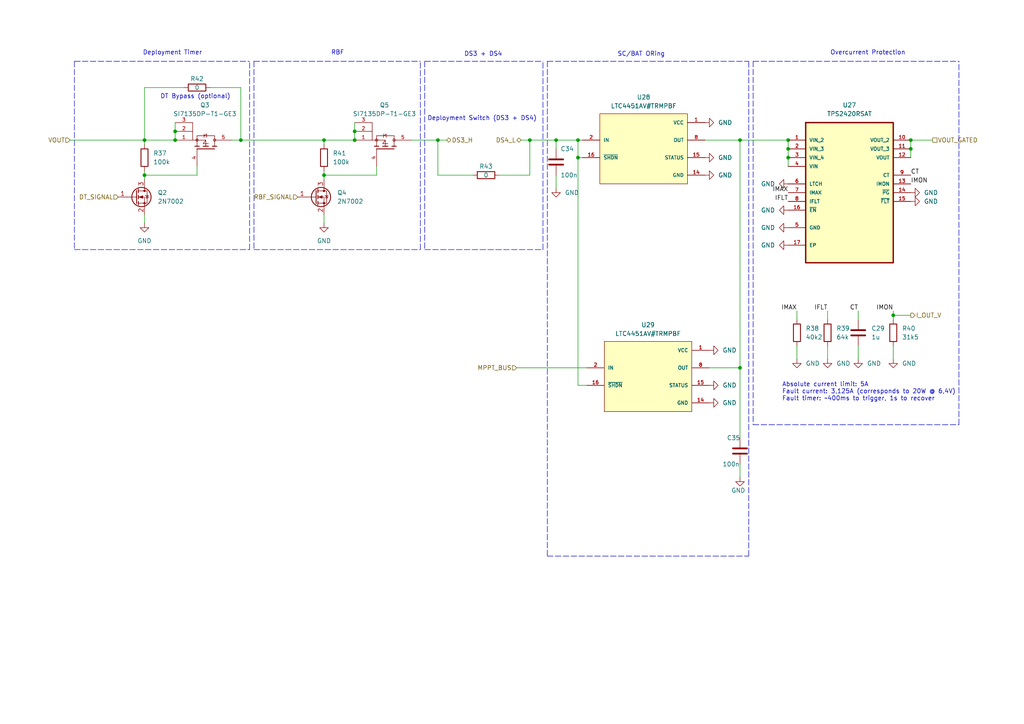
<source format=kicad_sch>
(kicad_sch (version 20211123) (generator eeschema)
  (paper "A4")
  (lib_symbols
    (symbol "Device:C" (pin_numbers hide) (pin_names (offset 0.254))
      (property "Reference" "C" (at 0.635 2.54 0))
      (property "Value" "C" (at 0.635 -2.54 0))
      (symbol "C_0_1"
        (polyline (pts (xy -2.032 -0.762) (xy 2.032 -0.762)) (stroke (width 0.508)))
        (polyline (pts (xy -2.032 0.762) (xy 2.032 0.762)) (stroke (width 0.508)))
      )
      (symbol "C_1_1"
        (pin passive line (at 0 3.81 270) (length 2.794) (name "~") (number "1"))
        (pin passive line (at 0 -3.81 90) (length 2.794) (name "~") (number "2"))
      )
    )
    (symbol "Device:R" (pin_numbers hide) (pin_names (offset 0))
      (property "Reference" "R" (at 2.032 0 90))
      (property "Value" "R" (at 0 0 90))
      (symbol "R_0_1"
        (rectangle (start -1.016 -2.54) (end 1.016 2.54) (stroke (width 0.254)))
      )
      (symbol "R_1_1"
        (pin passive line (at 0 3.81 270) (length 1.27) (name "~") (number "1"))
        (pin passive line (at 0 -3.81 90) (length 1.27) (name "~") (number "2"))
      )
    )
    (symbol "STS_Power_Management:LTC4451AV#TRMPBF" (pin_names (offset 1.016))
      (property "Reference" "U" (at -12.7 10.922 0))
      (property "Value" "LTC4451AV#TRMPBF" (at -12.7 -12.7 0))
      (symbol "LTC4451AV#TRMPBF_0_0"
        (rectangle (start -12.7 -10.16) (end 12.7 10.16) (stroke (width 0.1524)) (fill (type background)))
        (pin power_in line (at 17.78 7.62 180) (length 5.08) (name "VCC") (number "1"))
        (pin power_in line (at 17.78 -7.62 180) (length 5.08) (name "GND") (number "14"))
        (pin output line (at 17.78 -2.54 180) (length 5.08) (name "STATUS") (number "15"))
        (pin input line (at -17.78 -2.54 0) (length 5.08) (name "~{SHDN}") (number "16"))
        (pin input line (at -17.78 2.54 0) (length 5.08) (name "IN") (number "2"))
        (pin output line (at 17.78 2.54 180) (length 5.08) (name "OUT") (number "8"))
      )
    )
    (symbol "STS_Power_Management:TPS2420RSAT" (pin_names (offset 1.016))
      (property "Reference" "U" (at -5.3594 19.4056 0))
      (property "Value" "TPS2420RSAT" (at -5.334 -26.035 0))
      (symbol "TPS2420RSAT_0_0"
        (rectangle (start -12.7 -22.86) (end 12.7 17.78) (stroke (width 0.4064)) (fill (type background)))
        (pin power_in line (at -17.78 12.7 0) (length 5.08) (name "VIN_2") (number "1"))
        (pin output line (at 17.78 12.7 180) (length 5.08) (name "VOUT_2") (number "10"))
        (pin output line (at 17.78 10.16 180) (length 5.08) (name "VOUT_3") (number "11"))
        (pin output line (at 17.78 7.62 180) (length 5.08) (name "VOUT") (number "12"))
        (pin output line (at 17.78 0 180) (length 5.08) (name "IMON") (number "13"))
        (pin output line (at 17.78 -2.54 180) (length 5.08) (name "~{PG}") (number "14"))
        (pin output line (at 17.78 -5.08 180) (length 5.08) (name "~{FLT}") (number "15"))
        (pin input line (at -17.78 -7.62 0) (length 5.08) (name "~{EN}") (number "16"))
        (pin passive line (at -17.78 -17.78 0) (length 5.08) (name "EP") (number "17"))
        (pin power_in line (at -17.78 10.16 0) (length 5.08) (name "VIN_3") (number "2"))
        (pin power_in line (at -17.78 7.62 0) (length 5.08) (name "VIN_4") (number "3"))
        (pin power_in line (at -17.78 5.08 0) (length 5.08) (name "VIN") (number "4"))
        (pin passive line (at -17.78 -12.7 0) (length 5.08) (name "GND") (number "5"))
        (pin input line (at -17.78 0 0) (length 5.08) (name "LTCH") (number "6"))
        (pin input line (at -17.78 -2.54 0) (length 5.08) (name "IMAX") (number "7"))
        (pin input line (at -17.78 -5.08 0) (length 5.08) (name "IFLT") (number "8"))
        (pin bidirectional line (at 17.78 2.54 180) (length 5.08) (name "CT") (number "9"))
      )
    )
    (symbol "STS_Transistor_FET:SI7135DP-T1-GE3" (pin_names (offset 1.016) hide)
      (property "Reference" "Q" (at -8.89 3.81 0))
      (property "Value" "SI7135DP-T1-GE3" (at -20.32 -1.27 0))
      (symbol "SI7135DP-T1-GE3_0_0"
        (polyline (pts (xy 0 -2.54) (xy 0 2.54)) (stroke (width 0.254)))
        (polyline (pts (xy 0.762 -3.175) (xy 0.762 -2.54)) (stroke (width 0.254)))
        (polyline (pts (xy 0.762 -2.54) (xy 0.762 -1.905)) (stroke (width 0.254)))
        (polyline (pts (xy 0.762 -2.54) (xy 3.81 -2.54)) (stroke (width 0.1524)))
        (polyline (pts (xy 0.762 -0.762) (xy 0.762 0)) (stroke (width 0.254)))
        (polyline (pts (xy 0.762 0) (xy 0.762 0.762)) (stroke (width 0.254)))
        (polyline (pts (xy 0.762 0) (xy 2.54 0)) (stroke (width 0.1524)))
        (polyline (pts (xy 0.762 1.905) (xy 0.762 2.54)) (stroke (width 0.254)))
        (polyline (pts (xy 0.762 2.54) (xy 0.762 3.175)) (stroke (width 0.254)))
        (polyline (pts (xy 2.54 0) (xy 2.54 2.54)) (stroke (width 0.1524)))
        (polyline (pts (xy 2.54 2.54) (xy 0.762 2.54)) (stroke (width 0.1524)))
        (polyline (pts (xy 2.54 2.54) (xy 3.81 2.54)) (stroke (width 0.1524)))
        (polyline (pts (xy 3.302 0.508) (xy 3.81 0.508)) (stroke (width 0.1524)))
        (polyline (pts (xy 3.81 -2.54) (xy 3.81 0.508)) (stroke (width 0.1524)))
        (polyline (pts (xy 3.81 0.508) (xy 3.81 2.54)) (stroke (width 0.1524)))
        (polyline (pts (xy 3.81 0.508) (xy 4.318 0.508)) (stroke (width 0.1524)))
        (polyline (pts (xy 2.54 0) (xy 1.524 0.762) (xy 1.524 -0.762)) (stroke (width 0.1524)))
        (polyline (pts (xy 3.81 0.508) (xy 4.318 -0.254) (xy 3.302 -0.254)) (stroke (width 0.1524)))
        (circle (center 2.54 -2.54) (radius 0.3556))
        (circle (center 2.54 2.54) (radius 0.3556))
        (pin passive line (at 2.54 8.89 270) (length 5.08) (name "~") (number "1"))
        (pin passive line (at 5.08 8.89 270) (length 5.08) (name "~") (number "2"))
        (pin passive line (at 7.62 8.89 270) (length 5.08) (name "~") (number "3"))
        (pin passive line (at -5.08 2.54 0) (length 5.08) (name "~") (number "4"))
        (pin passive line (at 2.54 -7.62 90) (length 5.08) (name "~") (number "5"))
      )
      (symbol "SI7135DP-T1-GE3_1_1"
        (polyline (pts (xy 7.62 3.81) (xy 2.54 3.81) (xy 2.54 2.54)))
      )
    )
    (symbol "Transistor_FET:2N7002" (pin_names hide)
      (property "Reference" "Q" (at 5.08 1.905 0))
      (property "Value" "2N7002" (at 5.08 0 0))
      (symbol "2N7002_0_1"
        (polyline (pts (xy 0.254 0) (xy -2.54 0)))
        (polyline (pts (xy 0.254 1.905) (xy 0.254 -1.905)) (stroke (width 0.254)))
        (polyline (pts (xy 0.762 -1.27) (xy 0.762 -2.286)) (stroke (width 0.254)))
        (polyline (pts (xy 0.762 0.508) (xy 0.762 -0.508)) (stroke (width 0.254)))
        (polyline (pts (xy 0.762 2.286) (xy 0.762 1.27)) (stroke (width 0.254)))
        (polyline (pts (xy 2.54 2.54) (xy 2.54 1.778)))
        (polyline (pts (xy 2.54 -2.54) (xy 2.54 0) (xy 0.762 0)))
        (polyline (pts (xy 0.762 -1.778) (xy 3.302 -1.778) (xy 3.302 1.778) (xy 0.762 1.778)))
        (polyline (pts (xy 1.016 0) (xy 2.032 0.381) (xy 2.032 -0.381) (xy 1.016 0)) (fill (type outline)))
        (polyline (pts (xy 2.794 0.508) (xy 2.921 0.381) (xy 3.683 0.381) (xy 3.81 0.254)))
        (polyline (pts (xy 3.302 0.381) (xy 2.921 -0.254) (xy 3.683 -0.254) (xy 3.302 0.381)))
        (circle (center 1.651 0) (radius 2.794) (stroke (width 0.254)))
        (circle (center 2.54 -1.778) (radius 0.254) (fill (type outline)))
        (circle (center 2.54 1.778) (radius 0.254) (fill (type outline)))
      )
      (symbol "2N7002_1_1"
        (pin input line (at -5.08 0 0) (length 2.54) (name "G") (number "1"))
        (pin passive line (at 2.54 -5.08 90) (length 2.54) (name "S") (number "2"))
        (pin passive line (at 2.54 5.08 270) (length 2.54) (name "D") (number "3"))
      )
    )
    (symbol "power:GND" (power) (pin_names (offset 0))
      (property "Value" "GND" (at 0 -3.81 0))
      (symbol "GND_0_1"
        (polyline (pts (xy 0 0) (xy 0 -1.27) (xy 1.27 -1.27) (xy 0 -2.54) (xy -1.27 -1.27) (xy 0 -1.27)))
      )
      (symbol "GND_1_1"
        (pin power_in line (at 0 0 270) (length 0) hide (name "GND") (number "1"))
      )
    )
  )
  (junction (at 93.98 50.8))
  (junction (at 50.8 40.64))
  (junction (at 102.87 38.1))
  (junction (at 259.08 91.44))
  (junction (at 69.85 40.64))
  (junction (at 127 40.64))
  (junction (at 264.16 43.18))
  (junction (at 167.64 40.64))
  (junction (at 41.91 50.8))
  (junction (at 228.6 40.64))
  (junction (at 167.64 45.72))
  (junction (at 214.63 106.68))
  (junction (at 153.67 40.64))
  (junction (at 228.6 43.18))
  (junction (at 102.87 40.64))
  (junction (at 50.8 38.1))
  (junction (at 161.29 40.64))
  (junction (at 228.6 45.72))
  (junction (at 214.63 40.64))
  (junction (at 93.98 40.64))
  (junction (at 264.16 40.64))
  (junction (at 41.91 40.64))
  (wire (pts (xy 60.96 25.4) (xy 69.85 25.4)))
  (wire (pts (xy 168.91 45.72) (xy 167.64 45.72)))
  (wire (pts (xy 240.03 90.17) (xy 240.03 92.71)))
  (wire (pts (xy 259.08 91.44) (xy 264.16 91.44)))
  (wire (pts (xy 161.29 50.8) (xy 161.29 54.61)))
  (wire (pts (xy 151.13 40.64) (xy 153.67 40.64)))
  (wire (pts (xy 127 50.8) (xy 137.16 50.8)))
  (wire (pts (xy 248.92 100.33) (xy 248.92 104.14)))
  (wire (pts (xy 264.16 40.64) (xy 264.16 43.18)))
  (wire (pts (xy 41.91 50.8) (xy 41.91 52.07)))
  (polyline (pts (xy 73.66 72.39) (xy 121.92 72.39)))
  (wire (pts (xy 259.08 91.44) (xy 259.08 92.71)))
  (polyline (pts (xy 218.44 123.19) (xy 278.13 123.19)))
  (wire (pts (xy 127 40.64) (xy 129.54 40.64)))
  (wire (pts (xy 264.16 40.64) (xy 270.51 40.64)))
  (polyline (pts (xy 217.17 161.29) (xy 217.17 17.78)))
  (wire (pts (xy 41.91 40.64) (xy 50.8 40.64)))
  (wire (pts (xy 127 40.64) (xy 127 50.8)))
  (wire (pts (xy 41.91 49.53) (xy 41.91 50.8)))
  (wire (pts (xy 167.64 111.76) (xy 170.18 111.76)))
  (wire (pts (xy 214.63 134.62) (xy 214.63 138.43)))
  (wire (pts (xy 109.22 50.8) (xy 109.22 48.26)))
  (wire (pts (xy 50.8 35.56) (xy 50.8 38.1)))
  (wire (pts (xy 264.16 43.18) (xy 264.16 45.72)))
  (wire (pts (xy 228.6 40.64) (xy 228.6 43.18)))
  (wire (pts (xy 93.98 50.8) (xy 93.98 52.07)))
  (wire (pts (xy 41.91 62.23) (xy 41.91 64.77)))
  (polyline (pts (xy 218.44 17.78) (xy 218.44 123.19)))
  (wire (pts (xy 161.29 40.64) (xy 161.29 43.18)))
  (polyline (pts (xy 123.19 17.78) (xy 123.19 72.39)))
  (wire (pts (xy 93.98 40.64) (xy 102.87 40.64)))
  (wire (pts (xy 231.14 90.17) (xy 231.14 92.71)))
  (polyline (pts (xy 72.39 72.39) (xy 72.39 17.78)))
  (wire (pts (xy 204.47 40.64) (xy 214.63 40.64)))
  (wire (pts (xy 149.86 106.68) (xy 170.18 106.68)))
  (wire (pts (xy 214.63 40.64) (xy 228.6 40.64)))
  (wire (pts (xy 119.38 40.64) (xy 127 40.64)))
  (polyline (pts (xy 157.48 72.39) (xy 157.48 17.78)))
  (wire (pts (xy 93.98 50.8) (xy 109.22 50.8)))
  (polyline (pts (xy 158.75 17.78) (xy 158.75 161.29)))
  (wire (pts (xy 214.63 40.64) (xy 214.63 106.68)))
  (wire (pts (xy 259.08 90.17) (xy 259.08 91.44)))
  (wire (pts (xy 248.92 90.17) (xy 248.92 92.71)))
  (wire (pts (xy 67.31 40.64) (xy 69.85 40.64)))
  (wire (pts (xy 20.32 40.64) (xy 41.91 40.64)))
  (wire (pts (xy 214.63 106.68) (xy 205.74 106.68)))
  (wire (pts (xy 57.15 50.8) (xy 57.15 48.26)))
  (wire (pts (xy 93.98 40.64) (xy 93.98 41.91)))
  (wire (pts (xy 259.08 100.33) (xy 259.08 104.14)))
  (polyline (pts (xy 21.59 17.78) (xy 72.39 17.78)))
  (wire (pts (xy 41.91 40.64) (xy 41.91 41.91)))
  (wire (pts (xy 153.67 50.8) (xy 153.67 40.64)))
  (wire (pts (xy 231.14 100.33) (xy 231.14 104.14)))
  (polyline (pts (xy 123.19 72.39) (xy 157.48 72.39)))
  (polyline (pts (xy 158.75 17.78) (xy 217.17 17.78)))
  (polyline (pts (xy 278.13 123.19) (xy 278.13 17.78)))
  (polyline (pts (xy 218.44 17.78) (xy 278.13 17.78)))
  (wire (pts (xy 93.98 49.53) (xy 93.98 50.8)))
  (wire (pts (xy 153.67 40.64) (xy 161.29 40.64)))
  (wire (pts (xy 167.64 45.72) (xy 167.64 111.76)))
  (polyline (pts (xy 121.92 72.39) (xy 121.92 17.78)))
  (wire (pts (xy 93.98 62.23) (xy 93.98 64.77)))
  (polyline (pts (xy 73.66 17.78) (xy 73.66 72.39)))
  (wire (pts (xy 50.8 40.64) (xy 50.8 38.1)))
  (polyline (pts (xy 21.59 72.39) (xy 72.39 72.39)))
  (wire (pts (xy 53.34 25.4) (xy 41.91 25.4)))
  (wire (pts (xy 69.85 40.64) (xy 93.98 40.64)))
  (polyline (pts (xy 158.75 161.29) (xy 217.17 161.29)))
  (wire (pts (xy 167.64 45.72) (xy 167.64 40.64)))
  (wire (pts (xy 69.85 25.4) (xy 69.85 40.64)))
  (wire (pts (xy 228.6 45.72) (xy 228.6 48.26)))
  (wire (pts (xy 161.29 40.64) (xy 167.64 40.64)))
  (wire (pts (xy 102.87 40.64) (xy 102.87 38.1)))
  (wire (pts (xy 167.64 40.64) (xy 168.91 40.64)))
  (wire (pts (xy 41.91 25.4) (xy 41.91 40.64)))
  (wire (pts (xy 214.63 106.68) (xy 214.63 127)))
  (polyline (pts (xy 21.59 17.78) (xy 21.59 72.39)))
  (wire (pts (xy 240.03 100.33) (xy 240.03 104.14)))
  (polyline (pts (xy 123.19 17.78) (xy 157.48 17.78)))
  (wire (pts (xy 102.87 35.56) (xy 102.87 38.1)))
  (wire (pts (xy 228.6 43.18) (xy 228.6 45.72)))
  (polyline (pts (xy 73.66 17.78) (xy 121.92 17.78)))
  (wire (pts (xy 144.78 50.8) (xy 153.67 50.8)))
  (wire (pts (xy 41.91 50.8) (xy 57.15 50.8)))
  (text "DS3 + DS4\n" (at 134.62 16.51 0) (effects (font (size 1.27 1.27)) (justify left bottom)))
  (text "Deployment Switch (DS3 + DS4)" (at 123.952 35.1536 0) (effects (font (size 1.27 1.27)) (justify left bottom)))
  (text "Overcurrent Protection\n" (at 240.792 16.1036 0) (effects (font (size 1.27 1.27)) (justify left bottom)))
  (text "Deployment Timer" (at 41.402 16.1036 0) (effects (font (size 1.27 1.27)) (justify left bottom)))
  (text "SC/BAT ORing" (at 179.07 16.51 0) (effects (font (size 1.27 1.27)) (justify left bottom)))
  (text "Absolute current limit: 5A\nFault current: 3,125A (corresponds to 20W @ 6,4V)\nFault timer: ~400ms to trigger, 1s to recover" (at 226.822 116.4336 0) (effects (font (size 1.27 1.27)) (justify left bottom)))
  (text "DT Bypass (optional)\n" (at 46.482 28.8036 0) (effects (font (size 1.27 1.27)) (justify left bottom)))
  (text "RBF" (at 96.012 16.1036 0) (effects (font (size 1.27 1.27)) (justify left bottom)))
  (label "IFLT" (at 240.03 90.17 180))
  (label "IMON" (at 264.16 53.34 0))
  (label "IMON" (at 259.08 90.17 180))
  (label "IMAX" (at 231.14 90.17 180))
  (label "IFLT" (at 228.6 58.42 180))
  (label "CT" (at 264.16 50.8 0))
  (label "CT" (at 248.92 90.17 180))
  (label "IMAX" (at 228.6 55.88 180))
  (hierarchical_label "DT_SIGNAL" (shape input) (at 34.29 57.15 180))
  (hierarchical_label "I_OUT_V" (shape output) (at 264.16 91.44 0))
  (hierarchical_label "MPPT_BUS" (shape input) (at 149.86 106.68 180))
  (hierarchical_label "RBF_SIGNAL" (shape input) (at 86.36 57.15 180))
  (hierarchical_label "VOUT_GATED" (shape passive) (at 270.51 40.64 0))
  (hierarchical_label "DS3_H" (shape bidirectional) (at 129.54 40.64 0))
  (hierarchical_label "DS4_L" (shape bidirectional) (at 151.13 40.64 180))
  (hierarchical_label "VOUT" (shape input) (at 20.32 40.64 180))
  (symbol (lib_id "STS_Transistor_FET:SI7135DP-T1-GE3") (at 59.69 43.18 90) (unit 1)
    (property "Reference" "Q3" (at 59.436 30.48 90))
    (property "Value" "SI7135DP-T1-GE3" (at 59.436 33.02 90))
    (property "Footprint" "STS_Package_SO:POWERPAK_SO8_single" (effects hide))
    (property "PARTREV" "A" (effects hide))
    (property "MANUFACTURER" "Vishay Siliconix" (effects hide))
    (property "MAXIMUM_PACKAGE_HEIGHT" "1.12mm" (effects hide))
    (property "STANDARD" "Manufacturer Recommendations" (effects hide))
  )
  (symbol (lib_id "power:GND") (at 264.16 55.88 90) (unit 1)
    (property "Reference" "#PWR088" (effects hide))
    (property "Value" "GND" (at 267.97 55.8799 90) (effects (justify right)))
  )
  (symbol (lib_id "Device:R") (at 41.91 45.72 0) (unit 1)
    (property "Reference" "R37" (at 44.45 44.4499 0) (effects (justify left)))
    (property "Value" "100k" (at 44.45 46.9899 0) (effects (justify left)))
    (property "Footprint" "Resistor_SMD:R_0805_2012Metric" (effects hide))
  )
  (symbol (lib_id "STS_Transistor_FET:SI7135DP-T1-GE3") (at 111.76 43.18 90) (unit 1)
    (property "Reference" "Q5" (at 111.506 30.48 90))
    (property "Value" "SI7135DP-T1-GE3" (at 111.506 33.02 90))
    (property "Footprint" "STS_Package_SO:POWERPAK_SO8_single" (effects hide))
    (property "PARTREV" "A" (effects hide))
    (property "MANUFACTURER" "Vishay Siliconix" (effects hide))
    (property "MAXIMUM_PACKAGE_HEIGHT" "1.12mm" (effects hide))
    (property "STANDARD" "Manufacturer Recommendations" (effects hide))
  )
  (symbol (lib_id "Device:R") (at 231.14 96.52 0) (unit 1)
    (property "Reference" "R38" (at 233.68 95.2499 0) (effects (justify left)))
    (property "Value" "40k2" (at 233.68 97.7899 0) (effects (justify left)))
    (property "Footprint" "Resistor_SMD:R_0805_2012Metric" (effects hide))
  )
  (symbol (lib_id "Transistor_FET:2N7002") (at 39.37 57.15 0) (unit 1)
    (property "Reference" "Q2" (at 45.72 55.8799 0) (effects (justify left)))
    (property "Value" "2N7002" (at 45.72 58.4199 0) (effects (justify left)))
    (property "Footprint" "Package_TO_SOT_SMD:SOT-23" (effects hide))
    (property "Datasheet" "https://www.onsemi.com/pub/Collateral/NDS7002A-D.PDF" (effects hide))
  )
  (symbol (lib_id "power:GND") (at 214.63 138.43 0) (unit 1)
    (property "Reference" "#PWR0106" (effects hide))
    (property "Value" "GND" (at 212.09 142.24 0) (effects (justify left)))
  )
  (symbol (lib_id "power:GND") (at 204.47 45.72 90) (unit 1)
    (property "Reference" "#PWR096" (effects hide))
    (property "Value" "GND" (at 208.28 45.7199 90) (effects (justify right)))
  )
  (symbol (lib_id "power:GND") (at 259.08 104.14 0) (unit 1)
    (property "Reference" "#PWR087" (effects hide))
    (property "Value" "GND" (at 261.62 105.4099 0) (effects (justify left)))
  )
  (symbol (lib_id "Device:C") (at 248.92 96.52 0) (unit 1)
    (property "Reference" "C29" (at 252.73 95.2499 0) (effects (justify left)))
    (property "Value" "1u" (at 252.73 97.7899 0) (effects (justify left)))
    (property "Footprint" "Capacitor_SMD:C_0805_2012Metric" (effects hide))
  )
  (symbol (lib_id "STS_Power_Management:LTC4451AV#TRMPBF") (at 187.96 109.22 0) (unit 1)
    (property "Reference" "U29" (at 187.96 94.234 0))
    (property "Value" "LTC4451AV#TRMPBF" (at 187.96 96.774 0))
    (property "Footprint" "STS_Package_DFN_QFN:AD_LQFN-16" (effects hide))
    (property "MANUFACTURER" "Analog Devices" (effects hide))
    (property "PARTREV" "0" (effects hide))
    (property "STANDARD" "Manufacturer Recommendations" (effects hide))
    (property "MAXIMUM_PACKAGE_HEIGHT" "0.85 mm" (effects hide))
  )
  (symbol (lib_id "Device:R") (at 240.03 96.52 0) (unit 1)
    (property "Reference" "R39" (at 242.57 95.2499 0) (effects (justify left)))
    (property "Value" "64k" (at 242.57 97.7899 0) (effects (justify left)))
    (property "Footprint" "Resistor_SMD:R_0805_2012Metric" (effects hide))
  )
  (symbol (lib_id "Transistor_FET:2N7002") (at 91.44 57.15 0) (unit 1)
    (property "Reference" "Q4" (at 97.79 55.8799 0) (effects (justify left)))
    (property "Value" "2N7002" (at 97.79 58.4199 0) (effects (justify left)))
    (property "Footprint" "Package_TO_SOT_SMD:SOT-23" (effects hide))
    (property "Datasheet" "https://www.onsemi.com/pub/Collateral/NDS7002A-D.PDF" (effects hide))
  )
  (symbol (lib_id "Device:C") (at 161.29 46.99 0) (unit 1)
    (property "Reference" "C34" (at 162.56 43.18 0) (effects (justify left)))
    (property "Value" "100n" (at 162.56 50.8 0) (effects (justify left)))
    (property "Footprint" "Capacitor_SMD:C_0805_2012Metric" (effects hide))
  )
  (symbol (lib_id "power:GND") (at 228.6 66.04 270) (unit 1)
    (property "Reference" "#PWR082" (effects hide))
    (property "Value" "GND" (at 224.79 66.0399 90) (effects (justify right)))
  )
  (symbol (lib_id "Device:C") (at 214.63 130.81 0) (unit 1)
    (property "Reference" "C35" (at 210.82 127 0) (effects (justify left)))
    (property "Value" "100n" (at 209.55 134.62 0) (effects (justify left)))
    (property "Footprint" "Capacitor_SMD:C_0805_2012Metric" (effects hide))
  )
  (symbol (lib_id "power:GND") (at 161.29 54.61 0) (unit 1)
    (property "Reference" "#PWR094" (effects hide))
    (property "Value" "GND" (at 163.83 55.8799 0) (effects (justify left)))
  )
  (symbol (lib_id "Device:R") (at 259.08 96.52 0) (unit 1)
    (property "Reference" "R40" (at 261.62 95.2499 0) (effects (justify left)))
    (property "Value" "31k5" (at 261.62 97.7899 0) (effects (justify left)))
    (property "Footprint" "Resistor_SMD:R_0805_2012Metric" (effects hide))
  )
  (symbol (lib_id "power:GND") (at 204.47 35.56 90) (unit 1)
    (property "Reference" "#PWR095" (effects hide))
    (property "Value" "GND" (at 208.28 35.5599 90) (effects (justify right)))
  )
  (symbol (lib_id "power:GND") (at 231.14 104.14 0) (unit 1)
    (property "Reference" "#PWR084" (effects hide))
    (property "Value" "GND" (at 233.68 105.4099 0) (effects (justify left)))
  )
  (symbol (lib_id "power:GND") (at 93.98 64.77 0) (unit 1)
    (property "Reference" "#PWR090" (effects hide))
    (property "Value" "GND" (at 93.98 69.85 0))
  )
  (symbol (lib_id "power:GND") (at 248.92 104.14 0) (unit 1)
    (property "Reference" "#PWR086" (effects hide))
    (property "Value" "GND" (at 251.46 105.4099 0) (effects (justify left)))
  )
  (symbol (lib_id "power:GND") (at 205.74 101.6 90) (unit 1)
    (property "Reference" "#PWR098" (effects hide))
    (property "Value" "GND" (at 209.55 101.5999 90) (effects (justify right)))
  )
  (symbol (lib_id "power:GND") (at 41.91 64.77 0) (unit 1)
    (property "Reference" "#PWR050" (effects hide))
    (property "Value" "GND" (at 41.91 69.85 0))
  )
  (symbol (lib_id "power:GND") (at 264.16 58.42 90) (unit 1)
    (property "Reference" "#PWR089" (effects hide))
    (property "Value" "GND" (at 267.97 58.4199 90) (effects (justify right)))
  )
  (symbol (lib_id "power:GND") (at 205.74 111.76 90) (unit 1)
    (property "Reference" "#PWR099" (effects hide))
    (property "Value" "GND" (at 209.55 111.7599 90) (effects (justify right)))
  )
  (symbol (lib_id "power:GND") (at 228.6 53.34 270) (unit 1)
    (property "Reference" "#PWR053" (effects hide))
    (property "Value" "GND" (at 224.79 53.3399 90) (effects (justify right)))
  )
  (symbol (lib_id "power:GND") (at 228.6 60.96 270) (unit 1)
    (property "Reference" "#PWR081" (effects hide))
    (property "Value" "GND" (at 224.79 60.9599 90) (effects (justify right)))
  )
  (symbol (lib_id "power:GND") (at 205.74 116.84 90) (unit 1)
    (property "Reference" "#PWR0100" (effects hide))
    (property "Value" "GND" (at 209.55 116.8399 90) (effects (justify right)))
  )
  (symbol (lib_id "power:GND") (at 240.03 104.14 0) (unit 1)
    (property "Reference" "#PWR085" (effects hide))
    (property "Value" "GND" (at 242.57 105.4099 0) (effects (justify left)))
  )
  (symbol (lib_id "Device:R") (at 140.97 50.8 90) (unit 1)
    (property "Reference" "R43" (at 140.97 48.26 90))
    (property "Value" "0" (at 140.97 50.8 90))
    (property "Footprint" "Resistor_SMD:R_0805_2012Metric" (effects hide))
  )
  (symbol (lib_id "Device:R") (at 93.98 45.72 0) (unit 1)
    (property "Reference" "R41" (at 96.52 44.4499 0) (effects (justify left)))
    (property "Value" "100k" (at 96.52 46.9899 0) (effects (justify left)))
    (property "Footprint" "Resistor_SMD:R_0805_2012Metric" (effects hide))
  )
  (symbol (lib_id "power:GND") (at 228.6 71.12 270) (unit 1)
    (property "Reference" "#PWR083" (effects hide))
    (property "Value" "GND" (at 224.79 71.1199 90) (effects (justify right)))
  )
  (symbol (lib_id "Device:R") (at 57.15 25.4 90) (unit 1)
    (property "Reference" "R42" (at 57.15 22.86 90))
    (property "Value" "0" (at 57.15 25.4 90))
    (property "Footprint" "Resistor_SMD:R_0805_2012Metric" (effects hide))
  )
  (symbol (lib_id "power:GND") (at 204.47 50.8 90) (unit 1)
    (property "Reference" "#PWR097" (effects hide))
    (property "Value" "GND" (at 208.28 50.7999 90) (effects (justify right)))
  )
  (symbol (lib_id "STS_Power_Management:TPS2420RSAT") (at 246.38 53.34 0) (unit 1)
    (property "Reference" "U27" (at 246.38 30.48 0))
    (property "Value" "TPS2420RSAT" (at 246.38 33.02 0))
    (property "Footprint" "Package_DFN_QFN:VQFN-16-1EP_3x3mm_P0.5mm_EP1.45x1.45mm_ThermalVias" (effects hide))
    (property "OC_FARNELL" "1710811" (effects hide))
    (property "SUPPLIER" "Texas Instruments" (effects hide))
    (property "MPN" "TPS2420RSAT" (effects hide))
    (property "PACKAGE" "QFN-16" (effects hide))
    (property "OC_NEWARK" "56P3012" (effects hide))
  )
  (symbol (lib_id "STS_Power_Management:LTC4451AV#TRMPBF") (at 186.69 43.18 0) (unit 1)
    (property "Reference" "U28" (at 186.69 28.194 0))
    (property "Value" "LTC4451AV#TRMPBF" (at 186.69 30.734 0))
    (property "Footprint" "STS_Package_DFN_QFN:AD_LQFN-16" (effects hide))
    (property "MANUFACTURER" "Analog Devices" (effects hide))
    (property "PARTREV" "0" (effects hide))
    (property "STANDARD" "Manufacturer Recommendations" (effects hide))
    (property "MAXIMUM_PACKAGE_HEIGHT" "0.85 mm" (effects hide))
  )
)
</source>
